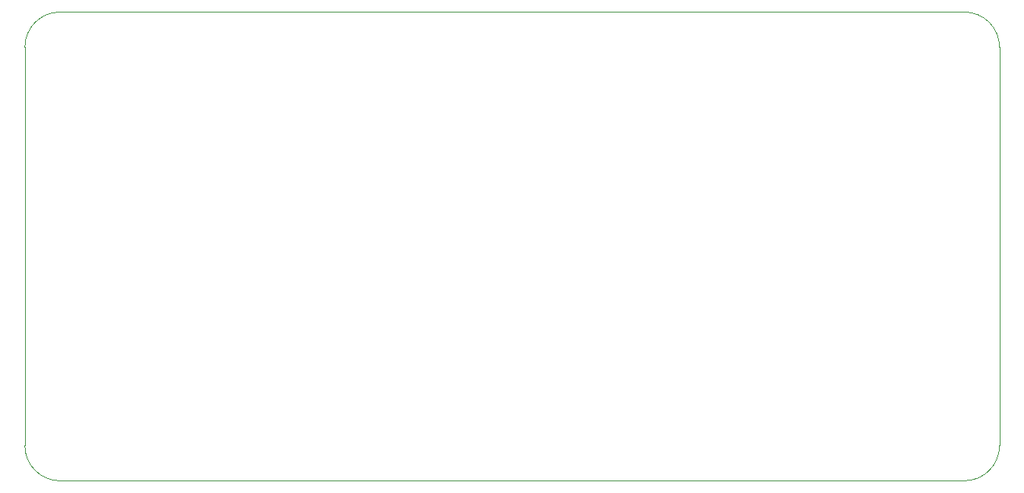
<source format=gbr>
%TF.GenerationSoftware,KiCad,Pcbnew,(6.0.0)*%
%TF.CreationDate,2023-02-02T14:21:30+00:00*%
%TF.ProjectId,GemToasterAmp,47656d54-6f61-4737-9465-72416d702e6b,rev?*%
%TF.SameCoordinates,Original*%
%TF.FileFunction,Profile,NP*%
%FSLAX46Y46*%
G04 Gerber Fmt 4.6, Leading zero omitted, Abs format (unit mm)*
G04 Created by KiCad (PCBNEW (6.0.0)) date 2023-02-02 14:21:30*
%MOMM*%
%LPD*%
G01*
G04 APERTURE LIST*
%TA.AperFunction,Profile*%
%ADD10C,0.100000*%
%TD*%
G04 APERTURE END LIST*
D10*
X218440000Y-43180000D02*
G75*
G03*
X214630000Y-39370000I-3809999J1D01*
G01*
X116840000Y-39370000D02*
X214630000Y-39370000D01*
X113030000Y-86360000D02*
G75*
G03*
X116840000Y-90170000I3809999J-1D01*
G01*
X116840000Y-39370000D02*
G75*
G03*
X113030000Y-43180000I-1J-3809999D01*
G01*
X214630000Y-90170000D02*
G75*
G03*
X218440000Y-86360000I1J3809999D01*
G01*
X113030000Y-86360000D02*
X113030000Y-43180000D01*
X218440000Y-43180000D02*
X218440000Y-86360000D01*
X214630000Y-90170000D02*
X116840000Y-90170000D01*
M02*

</source>
